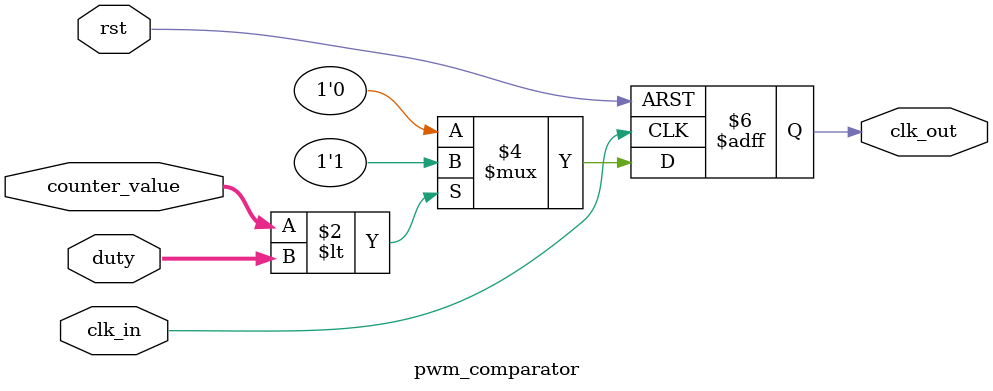
<source format=sv>
module var_duty_pwm_clk #(
    parameter PERIOD = 16
)(
    input clk_in,
    input rst,
    input [3:0] duty,  // 0-15 (0%-93.75%)
    output wire clk_out
);
    // 内部连线信号
    wire [$clog2(PERIOD)-1:0] counter_value;
    wire counter_reset;
    
    // 计数器子模块实例化
    pwm_counter #(
        .PERIOD(PERIOD)
    ) counter_inst (
        .clk_in(clk_in),
        .rst(rst),
        .counter_value(counter_value),
        .counter_reset(counter_reset)
    );
    
    // 比较器子模块实例化
    pwm_comparator #(
        .PERIOD(PERIOD)
    ) comparator_inst (
        .clk_in(clk_in),
        .rst(rst),
        .counter_value(counter_value),
        .duty(duty),
        .clk_out(clk_out)
    );
    
endmodule

//===================================================================
// 计数器子模块：生成周期性计数值
//===================================================================
module pwm_counter #(
    parameter PERIOD = 16
)(
    input clk_in,
    input rst,
    output reg [$clog2(PERIOD)-1:0] counter_value,
    output wire counter_reset
);
    // 计数器复位信号生成
    assign counter_reset = (counter_value == PERIOD-1);
    
    // 计数器逻辑
    always @(posedge clk_in or posedge rst) begin
        if (rst) begin
            counter_value <= 0;
        end else begin
            if (counter_reset) begin
                counter_value <= 0;
            end else begin
                counter_value <= counter_value + 1;
            end
        end
    end
endmodule

//===================================================================
// 比较器子模块：比较计数值与占空比，生成PWM输出
//===================================================================
module pwm_comparator #(
    parameter PERIOD = 16
)(
    input clk_in,
    input rst,
    input [$clog2(PERIOD)-1:0] counter_value,
    input [3:0] duty,
    output reg clk_out
);
    // 比较逻辑
    always @(posedge clk_in or posedge rst) begin
        if (rst) begin
            clk_out <= 0;
        end else begin
            if (counter_value < duty) begin
                clk_out <= 1'b1;
            end else begin
                clk_out <= 1'b0;
            end
        end
    end
endmodule
</source>
